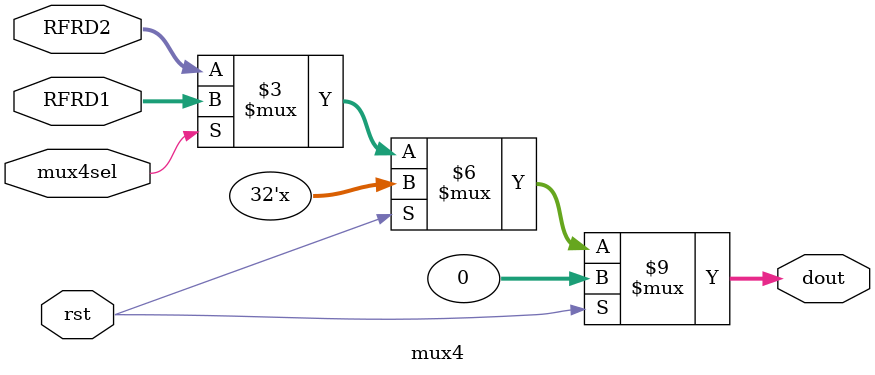
<source format=v>
`timescale 1ns / 1ps


module mux4

/*** PARAMETERS ***/
#(parameter
	INST_WL = 5,
	DATA_WL = 32,
	ADDR_WL = 5
)

/*** IN/OUT ***/
(
	// IN 
	input 			        mux4sel,
	                        rst,
	input [DATA_WL - 1 : 0]	RFRD1, /* TODO check wires */
							RFRD2,
	// OUT
	output reg [DATA_WL - 1 : 0] dout
);

	always @(*) 
	begin
	    if(rst) dout        = 0;
	    else
	    begin
            if(mux4sel) dout	= RFRD1; //regular
            else dout			= RFRD2; // shift function
        end
	end 
endmodule

</source>
